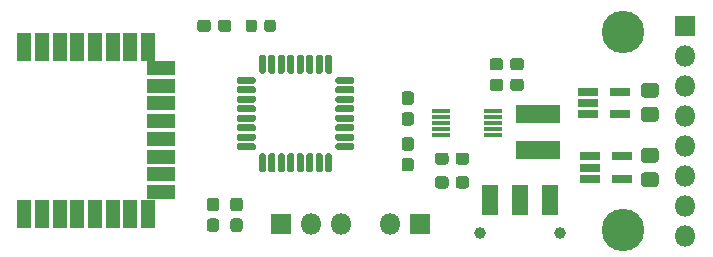
<source format=gbr>
%TF.GenerationSoftware,KiCad,Pcbnew,(5.1.6)-1*%
%TF.CreationDate,2021-08-02T23:36:40+08:00*%
%TF.ProjectId,wireless_measurement_ard,77697265-6c65-4737-935f-6d6561737572,rev?*%
%TF.SameCoordinates,Original*%
%TF.FileFunction,Soldermask,Top*%
%TF.FilePolarity,Negative*%
%FSLAX46Y46*%
G04 Gerber Fmt 4.6, Leading zero omitted, Abs format (unit mm)*
G04 Created by KiCad (PCBNEW (5.1.6)-1) date 2021-08-02 23:36:40*
%MOMM*%
%LPD*%
G01*
G04 APERTURE LIST*
%ADD10C,1.000000*%
%ADD11R,1.350000X2.600000*%
%ADD12R,1.500000X0.400000*%
%ADD13O,1.800000X1.800000*%
%ADD14R,1.800000X1.800000*%
%ADD15R,3.700000X1.600000*%
%ADD16R,1.660000X0.750000*%
%ADD17R,2.400000X1.200000*%
%ADD18R,1.200000X2.400000*%
%ADD19C,3.600000*%
G04 APERTURE END LIST*
D10*
%TO.C,SW1*%
X164650000Y-94250000D03*
X157850000Y-94250000D03*
D11*
X163750000Y-91500000D03*
X161250000Y-91500000D03*
X158750000Y-91500000D03*
%TD*%
D12*
%TO.C,U3*%
X158950000Y-84000000D03*
X158950000Y-84500000D03*
X158950000Y-85000000D03*
X158950000Y-85500000D03*
X158950000Y-86000000D03*
X154550000Y-86000000D03*
X154550000Y-85500000D03*
X154550000Y-85000000D03*
X154550000Y-84500000D03*
X154550000Y-84000000D03*
%TD*%
D13*
%TO.C,EFM8_Prog1*%
X146080000Y-93500000D03*
X143540000Y-93500000D03*
D14*
X141000000Y-93500000D03*
%TD*%
%TO.C,U6*%
G36*
G01*
X138725000Y-87275000D02*
X137425000Y-87275000D01*
G75*
G02*
X137275000Y-87125000I0J150000D01*
G01*
X137275000Y-86825000D01*
G75*
G02*
X137425000Y-86675000I150000J0D01*
G01*
X138725000Y-86675000D01*
G75*
G02*
X138875000Y-86825000I0J-150000D01*
G01*
X138875000Y-87125000D01*
G75*
G02*
X138725000Y-87275000I-150000J0D01*
G01*
G37*
G36*
G01*
X138725000Y-86475000D02*
X137425000Y-86475000D01*
G75*
G02*
X137275000Y-86325000I0J150000D01*
G01*
X137275000Y-86025000D01*
G75*
G02*
X137425000Y-85875000I150000J0D01*
G01*
X138725000Y-85875000D01*
G75*
G02*
X138875000Y-86025000I0J-150000D01*
G01*
X138875000Y-86325000D01*
G75*
G02*
X138725000Y-86475000I-150000J0D01*
G01*
G37*
G36*
G01*
X138725000Y-85675000D02*
X137425000Y-85675000D01*
G75*
G02*
X137275000Y-85525000I0J150000D01*
G01*
X137275000Y-85225000D01*
G75*
G02*
X137425000Y-85075000I150000J0D01*
G01*
X138725000Y-85075000D01*
G75*
G02*
X138875000Y-85225000I0J-150000D01*
G01*
X138875000Y-85525000D01*
G75*
G02*
X138725000Y-85675000I-150000J0D01*
G01*
G37*
G36*
G01*
X138725000Y-84875000D02*
X137425000Y-84875000D01*
G75*
G02*
X137275000Y-84725000I0J150000D01*
G01*
X137275000Y-84425000D01*
G75*
G02*
X137425000Y-84275000I150000J0D01*
G01*
X138725000Y-84275000D01*
G75*
G02*
X138875000Y-84425000I0J-150000D01*
G01*
X138875000Y-84725000D01*
G75*
G02*
X138725000Y-84875000I-150000J0D01*
G01*
G37*
G36*
G01*
X138725000Y-84075000D02*
X137425000Y-84075000D01*
G75*
G02*
X137275000Y-83925000I0J150000D01*
G01*
X137275000Y-83625000D01*
G75*
G02*
X137425000Y-83475000I150000J0D01*
G01*
X138725000Y-83475000D01*
G75*
G02*
X138875000Y-83625000I0J-150000D01*
G01*
X138875000Y-83925000D01*
G75*
G02*
X138725000Y-84075000I-150000J0D01*
G01*
G37*
G36*
G01*
X138725000Y-83275000D02*
X137425000Y-83275000D01*
G75*
G02*
X137275000Y-83125000I0J150000D01*
G01*
X137275000Y-82825000D01*
G75*
G02*
X137425000Y-82675000I150000J0D01*
G01*
X138725000Y-82675000D01*
G75*
G02*
X138875000Y-82825000I0J-150000D01*
G01*
X138875000Y-83125000D01*
G75*
G02*
X138725000Y-83275000I-150000J0D01*
G01*
G37*
G36*
G01*
X138725000Y-82475000D02*
X137425000Y-82475000D01*
G75*
G02*
X137275000Y-82325000I0J150000D01*
G01*
X137275000Y-82025000D01*
G75*
G02*
X137425000Y-81875000I150000J0D01*
G01*
X138725000Y-81875000D01*
G75*
G02*
X138875000Y-82025000I0J-150000D01*
G01*
X138875000Y-82325000D01*
G75*
G02*
X138725000Y-82475000I-150000J0D01*
G01*
G37*
G36*
G01*
X138725000Y-81675000D02*
X137425000Y-81675000D01*
G75*
G02*
X137275000Y-81525000I0J150000D01*
G01*
X137275000Y-81225000D01*
G75*
G02*
X137425000Y-81075000I150000J0D01*
G01*
X138725000Y-81075000D01*
G75*
G02*
X138875000Y-81225000I0J-150000D01*
G01*
X138875000Y-81525000D01*
G75*
G02*
X138725000Y-81675000I-150000J0D01*
G01*
G37*
G36*
G01*
X139600000Y-80800000D02*
X139300000Y-80800000D01*
G75*
G02*
X139150000Y-80650000I0J150000D01*
G01*
X139150000Y-79350000D01*
G75*
G02*
X139300000Y-79200000I150000J0D01*
G01*
X139600000Y-79200000D01*
G75*
G02*
X139750000Y-79350000I0J-150000D01*
G01*
X139750000Y-80650000D01*
G75*
G02*
X139600000Y-80800000I-150000J0D01*
G01*
G37*
G36*
G01*
X140400000Y-80800000D02*
X140100000Y-80800000D01*
G75*
G02*
X139950000Y-80650000I0J150000D01*
G01*
X139950000Y-79350000D01*
G75*
G02*
X140100000Y-79200000I150000J0D01*
G01*
X140400000Y-79200000D01*
G75*
G02*
X140550000Y-79350000I0J-150000D01*
G01*
X140550000Y-80650000D01*
G75*
G02*
X140400000Y-80800000I-150000J0D01*
G01*
G37*
G36*
G01*
X141200000Y-80800000D02*
X140900000Y-80800000D01*
G75*
G02*
X140750000Y-80650000I0J150000D01*
G01*
X140750000Y-79350000D01*
G75*
G02*
X140900000Y-79200000I150000J0D01*
G01*
X141200000Y-79200000D01*
G75*
G02*
X141350000Y-79350000I0J-150000D01*
G01*
X141350000Y-80650000D01*
G75*
G02*
X141200000Y-80800000I-150000J0D01*
G01*
G37*
G36*
G01*
X142000000Y-80800000D02*
X141700000Y-80800000D01*
G75*
G02*
X141550000Y-80650000I0J150000D01*
G01*
X141550000Y-79350000D01*
G75*
G02*
X141700000Y-79200000I150000J0D01*
G01*
X142000000Y-79200000D01*
G75*
G02*
X142150000Y-79350000I0J-150000D01*
G01*
X142150000Y-80650000D01*
G75*
G02*
X142000000Y-80800000I-150000J0D01*
G01*
G37*
G36*
G01*
X142800000Y-80800000D02*
X142500000Y-80800000D01*
G75*
G02*
X142350000Y-80650000I0J150000D01*
G01*
X142350000Y-79350000D01*
G75*
G02*
X142500000Y-79200000I150000J0D01*
G01*
X142800000Y-79200000D01*
G75*
G02*
X142950000Y-79350000I0J-150000D01*
G01*
X142950000Y-80650000D01*
G75*
G02*
X142800000Y-80800000I-150000J0D01*
G01*
G37*
G36*
G01*
X143600000Y-80800000D02*
X143300000Y-80800000D01*
G75*
G02*
X143150000Y-80650000I0J150000D01*
G01*
X143150000Y-79350000D01*
G75*
G02*
X143300000Y-79200000I150000J0D01*
G01*
X143600000Y-79200000D01*
G75*
G02*
X143750000Y-79350000I0J-150000D01*
G01*
X143750000Y-80650000D01*
G75*
G02*
X143600000Y-80800000I-150000J0D01*
G01*
G37*
G36*
G01*
X144400000Y-80800000D02*
X144100000Y-80800000D01*
G75*
G02*
X143950000Y-80650000I0J150000D01*
G01*
X143950000Y-79350000D01*
G75*
G02*
X144100000Y-79200000I150000J0D01*
G01*
X144400000Y-79200000D01*
G75*
G02*
X144550000Y-79350000I0J-150000D01*
G01*
X144550000Y-80650000D01*
G75*
G02*
X144400000Y-80800000I-150000J0D01*
G01*
G37*
G36*
G01*
X145200000Y-80800000D02*
X144900000Y-80800000D01*
G75*
G02*
X144750000Y-80650000I0J150000D01*
G01*
X144750000Y-79350000D01*
G75*
G02*
X144900000Y-79200000I150000J0D01*
G01*
X145200000Y-79200000D01*
G75*
G02*
X145350000Y-79350000I0J-150000D01*
G01*
X145350000Y-80650000D01*
G75*
G02*
X145200000Y-80800000I-150000J0D01*
G01*
G37*
G36*
G01*
X147075000Y-81675000D02*
X145775000Y-81675000D01*
G75*
G02*
X145625000Y-81525000I0J150000D01*
G01*
X145625000Y-81225000D01*
G75*
G02*
X145775000Y-81075000I150000J0D01*
G01*
X147075000Y-81075000D01*
G75*
G02*
X147225000Y-81225000I0J-150000D01*
G01*
X147225000Y-81525000D01*
G75*
G02*
X147075000Y-81675000I-150000J0D01*
G01*
G37*
G36*
G01*
X147075000Y-82475000D02*
X145775000Y-82475000D01*
G75*
G02*
X145625000Y-82325000I0J150000D01*
G01*
X145625000Y-82025000D01*
G75*
G02*
X145775000Y-81875000I150000J0D01*
G01*
X147075000Y-81875000D01*
G75*
G02*
X147225000Y-82025000I0J-150000D01*
G01*
X147225000Y-82325000D01*
G75*
G02*
X147075000Y-82475000I-150000J0D01*
G01*
G37*
G36*
G01*
X147075000Y-83275000D02*
X145775000Y-83275000D01*
G75*
G02*
X145625000Y-83125000I0J150000D01*
G01*
X145625000Y-82825000D01*
G75*
G02*
X145775000Y-82675000I150000J0D01*
G01*
X147075000Y-82675000D01*
G75*
G02*
X147225000Y-82825000I0J-150000D01*
G01*
X147225000Y-83125000D01*
G75*
G02*
X147075000Y-83275000I-150000J0D01*
G01*
G37*
G36*
G01*
X147075000Y-84075000D02*
X145775000Y-84075000D01*
G75*
G02*
X145625000Y-83925000I0J150000D01*
G01*
X145625000Y-83625000D01*
G75*
G02*
X145775000Y-83475000I150000J0D01*
G01*
X147075000Y-83475000D01*
G75*
G02*
X147225000Y-83625000I0J-150000D01*
G01*
X147225000Y-83925000D01*
G75*
G02*
X147075000Y-84075000I-150000J0D01*
G01*
G37*
G36*
G01*
X147075000Y-84875000D02*
X145775000Y-84875000D01*
G75*
G02*
X145625000Y-84725000I0J150000D01*
G01*
X145625000Y-84425000D01*
G75*
G02*
X145775000Y-84275000I150000J0D01*
G01*
X147075000Y-84275000D01*
G75*
G02*
X147225000Y-84425000I0J-150000D01*
G01*
X147225000Y-84725000D01*
G75*
G02*
X147075000Y-84875000I-150000J0D01*
G01*
G37*
G36*
G01*
X147075000Y-85675000D02*
X145775000Y-85675000D01*
G75*
G02*
X145625000Y-85525000I0J150000D01*
G01*
X145625000Y-85225000D01*
G75*
G02*
X145775000Y-85075000I150000J0D01*
G01*
X147075000Y-85075000D01*
G75*
G02*
X147225000Y-85225000I0J-150000D01*
G01*
X147225000Y-85525000D01*
G75*
G02*
X147075000Y-85675000I-150000J0D01*
G01*
G37*
G36*
G01*
X147075000Y-86475000D02*
X145775000Y-86475000D01*
G75*
G02*
X145625000Y-86325000I0J150000D01*
G01*
X145625000Y-86025000D01*
G75*
G02*
X145775000Y-85875000I150000J0D01*
G01*
X147075000Y-85875000D01*
G75*
G02*
X147225000Y-86025000I0J-150000D01*
G01*
X147225000Y-86325000D01*
G75*
G02*
X147075000Y-86475000I-150000J0D01*
G01*
G37*
G36*
G01*
X147075000Y-87275000D02*
X145775000Y-87275000D01*
G75*
G02*
X145625000Y-87125000I0J150000D01*
G01*
X145625000Y-86825000D01*
G75*
G02*
X145775000Y-86675000I150000J0D01*
G01*
X147075000Y-86675000D01*
G75*
G02*
X147225000Y-86825000I0J-150000D01*
G01*
X147225000Y-87125000D01*
G75*
G02*
X147075000Y-87275000I-150000J0D01*
G01*
G37*
G36*
G01*
X145200000Y-89150000D02*
X144900000Y-89150000D01*
G75*
G02*
X144750000Y-89000000I0J150000D01*
G01*
X144750000Y-87700000D01*
G75*
G02*
X144900000Y-87550000I150000J0D01*
G01*
X145200000Y-87550000D01*
G75*
G02*
X145350000Y-87700000I0J-150000D01*
G01*
X145350000Y-89000000D01*
G75*
G02*
X145200000Y-89150000I-150000J0D01*
G01*
G37*
G36*
G01*
X144400000Y-89150000D02*
X144100000Y-89150000D01*
G75*
G02*
X143950000Y-89000000I0J150000D01*
G01*
X143950000Y-87700000D01*
G75*
G02*
X144100000Y-87550000I150000J0D01*
G01*
X144400000Y-87550000D01*
G75*
G02*
X144550000Y-87700000I0J-150000D01*
G01*
X144550000Y-89000000D01*
G75*
G02*
X144400000Y-89150000I-150000J0D01*
G01*
G37*
G36*
G01*
X143600000Y-89150000D02*
X143300000Y-89150000D01*
G75*
G02*
X143150000Y-89000000I0J150000D01*
G01*
X143150000Y-87700000D01*
G75*
G02*
X143300000Y-87550000I150000J0D01*
G01*
X143600000Y-87550000D01*
G75*
G02*
X143750000Y-87700000I0J-150000D01*
G01*
X143750000Y-89000000D01*
G75*
G02*
X143600000Y-89150000I-150000J0D01*
G01*
G37*
G36*
G01*
X142800000Y-89150000D02*
X142500000Y-89150000D01*
G75*
G02*
X142350000Y-89000000I0J150000D01*
G01*
X142350000Y-87700000D01*
G75*
G02*
X142500000Y-87550000I150000J0D01*
G01*
X142800000Y-87550000D01*
G75*
G02*
X142950000Y-87700000I0J-150000D01*
G01*
X142950000Y-89000000D01*
G75*
G02*
X142800000Y-89150000I-150000J0D01*
G01*
G37*
G36*
G01*
X142000000Y-89150000D02*
X141700000Y-89150000D01*
G75*
G02*
X141550000Y-89000000I0J150000D01*
G01*
X141550000Y-87700000D01*
G75*
G02*
X141700000Y-87550000I150000J0D01*
G01*
X142000000Y-87550000D01*
G75*
G02*
X142150000Y-87700000I0J-150000D01*
G01*
X142150000Y-89000000D01*
G75*
G02*
X142000000Y-89150000I-150000J0D01*
G01*
G37*
G36*
G01*
X141200000Y-89150000D02*
X140900000Y-89150000D01*
G75*
G02*
X140750000Y-89000000I0J150000D01*
G01*
X140750000Y-87700000D01*
G75*
G02*
X140900000Y-87550000I150000J0D01*
G01*
X141200000Y-87550000D01*
G75*
G02*
X141350000Y-87700000I0J-150000D01*
G01*
X141350000Y-89000000D01*
G75*
G02*
X141200000Y-89150000I-150000J0D01*
G01*
G37*
G36*
G01*
X140400000Y-89150000D02*
X140100000Y-89150000D01*
G75*
G02*
X139950000Y-89000000I0J150000D01*
G01*
X139950000Y-87700000D01*
G75*
G02*
X140100000Y-87550000I150000J0D01*
G01*
X140400000Y-87550000D01*
G75*
G02*
X140550000Y-87700000I0J-150000D01*
G01*
X140550000Y-89000000D01*
G75*
G02*
X140400000Y-89150000I-150000J0D01*
G01*
G37*
G36*
G01*
X139600000Y-89150000D02*
X139300000Y-89150000D01*
G75*
G02*
X139150000Y-89000000I0J150000D01*
G01*
X139150000Y-87700000D01*
G75*
G02*
X139300000Y-87550000I150000J0D01*
G01*
X139600000Y-87550000D01*
G75*
G02*
X139750000Y-87700000I0J-150000D01*
G01*
X139750000Y-89000000D01*
G75*
G02*
X139600000Y-89150000I-150000J0D01*
G01*
G37*
%TD*%
%TO.C,C6*%
G36*
G01*
X136987500Y-93050000D02*
X137512500Y-93050000D01*
G75*
G02*
X137775000Y-93312500I0J-262500D01*
G01*
X137775000Y-93937500D01*
G75*
G02*
X137512500Y-94200000I-262500J0D01*
G01*
X136987500Y-94200000D01*
G75*
G02*
X136725000Y-93937500I0J262500D01*
G01*
X136725000Y-93312500D01*
G75*
G02*
X136987500Y-93050000I262500J0D01*
G01*
G37*
G36*
G01*
X136987500Y-91300000D02*
X137512500Y-91300000D01*
G75*
G02*
X137775000Y-91562500I0J-262500D01*
G01*
X137775000Y-92187500D01*
G75*
G02*
X137512500Y-92450000I-262500J0D01*
G01*
X136987500Y-92450000D01*
G75*
G02*
X136725000Y-92187500I0J262500D01*
G01*
X136725000Y-91562500D01*
G75*
G02*
X136987500Y-91300000I262500J0D01*
G01*
G37*
%TD*%
%TO.C,C5*%
G36*
G01*
X134987500Y-93050000D02*
X135512500Y-93050000D01*
G75*
G02*
X135775000Y-93312500I0J-262500D01*
G01*
X135775000Y-93937500D01*
G75*
G02*
X135512500Y-94200000I-262500J0D01*
G01*
X134987500Y-94200000D01*
G75*
G02*
X134725000Y-93937500I0J262500D01*
G01*
X134725000Y-93312500D01*
G75*
G02*
X134987500Y-93050000I262500J0D01*
G01*
G37*
G36*
G01*
X134987500Y-91300000D02*
X135512500Y-91300000D01*
G75*
G02*
X135775000Y-91562500I0J-262500D01*
G01*
X135775000Y-92187500D01*
G75*
G02*
X135512500Y-92450000I-262500J0D01*
G01*
X134987500Y-92450000D01*
G75*
G02*
X134725000Y-92187500I0J262500D01*
G01*
X134725000Y-91562500D01*
G75*
G02*
X134987500Y-91300000I262500J0D01*
G01*
G37*
%TD*%
%TO.C,R5*%
G36*
G01*
X151487500Y-84050000D02*
X152012500Y-84050000D01*
G75*
G02*
X152275000Y-84312500I0J-262500D01*
G01*
X152275000Y-84937500D01*
G75*
G02*
X152012500Y-85200000I-262500J0D01*
G01*
X151487500Y-85200000D01*
G75*
G02*
X151225000Y-84937500I0J262500D01*
G01*
X151225000Y-84312500D01*
G75*
G02*
X151487500Y-84050000I262500J0D01*
G01*
G37*
G36*
G01*
X151487500Y-82300000D02*
X152012500Y-82300000D01*
G75*
G02*
X152275000Y-82562500I0J-262500D01*
G01*
X152275000Y-83187500D01*
G75*
G02*
X152012500Y-83450000I-262500J0D01*
G01*
X151487500Y-83450000D01*
G75*
G02*
X151225000Y-83187500I0J262500D01*
G01*
X151225000Y-82562500D01*
G75*
G02*
X151487500Y-82300000I262500J0D01*
G01*
G37*
%TD*%
%TO.C,R4*%
G36*
G01*
X151487500Y-87925000D02*
X152012500Y-87925000D01*
G75*
G02*
X152275000Y-88187500I0J-262500D01*
G01*
X152275000Y-88812500D01*
G75*
G02*
X152012500Y-89075000I-262500J0D01*
G01*
X151487500Y-89075000D01*
G75*
G02*
X151225000Y-88812500I0J262500D01*
G01*
X151225000Y-88187500D01*
G75*
G02*
X151487500Y-87925000I262500J0D01*
G01*
G37*
G36*
G01*
X151487500Y-86175000D02*
X152012500Y-86175000D01*
G75*
G02*
X152275000Y-86437500I0J-262500D01*
G01*
X152275000Y-87062500D01*
G75*
G02*
X152012500Y-87325000I-262500J0D01*
G01*
X151487500Y-87325000D01*
G75*
G02*
X151225000Y-87062500I0J262500D01*
G01*
X151225000Y-86437500D01*
G75*
G02*
X151487500Y-86175000I262500J0D01*
G01*
G37*
%TD*%
D15*
%TO.C,L1*%
X162750000Y-87300000D03*
X162750000Y-84250000D03*
%TD*%
D13*
%TO.C,J1*%
X175250000Y-94530000D03*
X175250000Y-91990000D03*
X175250000Y-89450000D03*
X175250000Y-86910000D03*
X175250000Y-84370000D03*
X175250000Y-81830000D03*
X175250000Y-79290000D03*
D14*
X175250000Y-76750000D03*
%TD*%
%TO.C,C3*%
G36*
G01*
X159825000Y-79737500D02*
X159825000Y-80262500D01*
G75*
G02*
X159562500Y-80525000I-262500J0D01*
G01*
X158937500Y-80525000D01*
G75*
G02*
X158675000Y-80262500I0J262500D01*
G01*
X158675000Y-79737500D01*
G75*
G02*
X158937500Y-79475000I262500J0D01*
G01*
X159562500Y-79475000D01*
G75*
G02*
X159825000Y-79737500I0J-262500D01*
G01*
G37*
G36*
G01*
X161575000Y-79737500D02*
X161575000Y-80262500D01*
G75*
G02*
X161312500Y-80525000I-262500J0D01*
G01*
X160687500Y-80525000D01*
G75*
G02*
X160425000Y-80262500I0J262500D01*
G01*
X160425000Y-79737500D01*
G75*
G02*
X160687500Y-79475000I262500J0D01*
G01*
X161312500Y-79475000D01*
G75*
G02*
X161575000Y-79737500I0J-262500D01*
G01*
G37*
%TD*%
%TO.C,C2*%
G36*
G01*
X155800000Y-90262500D02*
X155800000Y-89737500D01*
G75*
G02*
X156062500Y-89475000I262500J0D01*
G01*
X156687500Y-89475000D01*
G75*
G02*
X156950000Y-89737500I0J-262500D01*
G01*
X156950000Y-90262500D01*
G75*
G02*
X156687500Y-90525000I-262500J0D01*
G01*
X156062500Y-90525000D01*
G75*
G02*
X155800000Y-90262500I0J262500D01*
G01*
G37*
G36*
G01*
X154050000Y-90262500D02*
X154050000Y-89737500D01*
G75*
G02*
X154312500Y-89475000I262500J0D01*
G01*
X154937500Y-89475000D01*
G75*
G02*
X155200000Y-89737500I0J-262500D01*
G01*
X155200000Y-90262500D01*
G75*
G02*
X154937500Y-90525000I-262500J0D01*
G01*
X154312500Y-90525000D01*
G75*
G02*
X154050000Y-90262500I0J262500D01*
G01*
G37*
%TD*%
D13*
%TO.C,Battery1*%
X150250000Y-93500000D03*
D14*
X152790000Y-93500000D03*
%TD*%
%TO.C,C4*%
G36*
G01*
X159825000Y-81487500D02*
X159825000Y-82012500D01*
G75*
G02*
X159562500Y-82275000I-262500J0D01*
G01*
X158937500Y-82275000D01*
G75*
G02*
X158675000Y-82012500I0J262500D01*
G01*
X158675000Y-81487500D01*
G75*
G02*
X158937500Y-81225000I262500J0D01*
G01*
X159562500Y-81225000D01*
G75*
G02*
X159825000Y-81487500I0J-262500D01*
G01*
G37*
G36*
G01*
X161575000Y-81487500D02*
X161575000Y-82012500D01*
G75*
G02*
X161312500Y-82275000I-262500J0D01*
G01*
X160687500Y-82275000D01*
G75*
G02*
X160425000Y-82012500I0J262500D01*
G01*
X160425000Y-81487500D01*
G75*
G02*
X160687500Y-81225000I262500J0D01*
G01*
X161312500Y-81225000D01*
G75*
G02*
X161575000Y-81487500I0J-262500D01*
G01*
G37*
%TD*%
%TO.C,C1*%
G36*
G01*
X155800000Y-88262500D02*
X155800000Y-87737500D01*
G75*
G02*
X156062500Y-87475000I262500J0D01*
G01*
X156687500Y-87475000D01*
G75*
G02*
X156950000Y-87737500I0J-262500D01*
G01*
X156950000Y-88262500D01*
G75*
G02*
X156687500Y-88525000I-262500J0D01*
G01*
X156062500Y-88525000D01*
G75*
G02*
X155800000Y-88262500I0J262500D01*
G01*
G37*
G36*
G01*
X154050000Y-88262500D02*
X154050000Y-87737500D01*
G75*
G02*
X154312500Y-87475000I262500J0D01*
G01*
X154937500Y-87475000D01*
G75*
G02*
X155200000Y-87737500I0J-262500D01*
G01*
X155200000Y-88262500D01*
G75*
G02*
X154937500Y-88525000I-262500J0D01*
G01*
X154312500Y-88525000D01*
G75*
G02*
X154050000Y-88262500I0J262500D01*
G01*
G37*
%TD*%
D16*
%TO.C,U5*%
X169850000Y-87800000D03*
X169850000Y-89700000D03*
X167150000Y-89700000D03*
X167150000Y-88750000D03*
X167150000Y-87800000D03*
%TD*%
%TO.C,U4*%
X169750000Y-82350000D03*
X169750000Y-84250000D03*
X167050000Y-84250000D03*
X167050000Y-83300000D03*
X167050000Y-82350000D03*
%TD*%
D17*
%TO.C,U2*%
X130862800Y-80322600D03*
X130862800Y-81822600D03*
X130862800Y-83322600D03*
X130862800Y-84822600D03*
X130862800Y-86322600D03*
X130862800Y-87822600D03*
X130862800Y-89322600D03*
D18*
X129762800Y-92642600D03*
X129762800Y-78502600D03*
X128262800Y-78502600D03*
X128262800Y-92642600D03*
X126762800Y-92642600D03*
X126762800Y-78502600D03*
X125262800Y-78502600D03*
X125262800Y-92642600D03*
X123762800Y-92642600D03*
X123762800Y-78502600D03*
X122262800Y-78502600D03*
X122262800Y-92642600D03*
X120762800Y-92642600D03*
X120762800Y-78502600D03*
X119262800Y-78502600D03*
D17*
X130862800Y-90822600D03*
D18*
X119262800Y-92642600D03*
%TD*%
%TO.C,R2*%
G36*
G01*
X171771738Y-83625000D02*
X172728262Y-83625000D01*
G75*
G02*
X173000000Y-83896738I0J-271738D01*
G01*
X173000000Y-84603262D01*
G75*
G02*
X172728262Y-84875000I-271738J0D01*
G01*
X171771738Y-84875000D01*
G75*
G02*
X171500000Y-84603262I0J271738D01*
G01*
X171500000Y-83896738D01*
G75*
G02*
X171771738Y-83625000I271738J0D01*
G01*
G37*
G36*
G01*
X171771738Y-81575000D02*
X172728262Y-81575000D01*
G75*
G02*
X173000000Y-81846738I0J-271738D01*
G01*
X173000000Y-82553262D01*
G75*
G02*
X172728262Y-82825000I-271738J0D01*
G01*
X171771738Y-82825000D01*
G75*
G02*
X171500000Y-82553262I0J271738D01*
G01*
X171500000Y-81846738D01*
G75*
G02*
X171771738Y-81575000I271738J0D01*
G01*
G37*
%TD*%
%TO.C,R1*%
G36*
G01*
X171771738Y-89150000D02*
X172728262Y-89150000D01*
G75*
G02*
X173000000Y-89421738I0J-271738D01*
G01*
X173000000Y-90128262D01*
G75*
G02*
X172728262Y-90400000I-271738J0D01*
G01*
X171771738Y-90400000D01*
G75*
G02*
X171500000Y-90128262I0J271738D01*
G01*
X171500000Y-89421738D01*
G75*
G02*
X171771738Y-89150000I271738J0D01*
G01*
G37*
G36*
G01*
X171771738Y-87100000D02*
X172728262Y-87100000D01*
G75*
G02*
X173000000Y-87371738I0J-271738D01*
G01*
X173000000Y-88078262D01*
G75*
G02*
X172728262Y-88350000I-271738J0D01*
G01*
X171771738Y-88350000D01*
G75*
G02*
X171500000Y-88078262I0J271738D01*
G01*
X171500000Y-87371738D01*
G75*
G02*
X171771738Y-87100000I271738J0D01*
G01*
G37*
%TD*%
%TO.C,D1*%
G36*
G01*
X138012500Y-77031250D02*
X138012500Y-76468750D01*
G75*
G02*
X138256250Y-76225000I243750J0D01*
G01*
X138743750Y-76225000D01*
G75*
G02*
X138987500Y-76468750I0J-243750D01*
G01*
X138987500Y-77031250D01*
G75*
G02*
X138743750Y-77275000I-243750J0D01*
G01*
X138256250Y-77275000D01*
G75*
G02*
X138012500Y-77031250I0J243750D01*
G01*
G37*
G36*
G01*
X139587500Y-77031250D02*
X139587500Y-76468750D01*
G75*
G02*
X139831250Y-76225000I243750J0D01*
G01*
X140318750Y-76225000D01*
G75*
G02*
X140562500Y-76468750I0J-243750D01*
G01*
X140562500Y-77031250D01*
G75*
G02*
X140318750Y-77275000I-243750J0D01*
G01*
X139831250Y-77275000D01*
G75*
G02*
X139587500Y-77031250I0J243750D01*
G01*
G37*
%TD*%
%TO.C,R3*%
G36*
G01*
X136825000Y-76487500D02*
X136825000Y-77012500D01*
G75*
G02*
X136562500Y-77275000I-262500J0D01*
G01*
X135937500Y-77275000D01*
G75*
G02*
X135675000Y-77012500I0J262500D01*
G01*
X135675000Y-76487500D01*
G75*
G02*
X135937500Y-76225000I262500J0D01*
G01*
X136562500Y-76225000D01*
G75*
G02*
X136825000Y-76487500I0J-262500D01*
G01*
G37*
G36*
G01*
X135075000Y-76487500D02*
X135075000Y-77012500D01*
G75*
G02*
X134812500Y-77275000I-262500J0D01*
G01*
X134187500Y-77275000D01*
G75*
G02*
X133925000Y-77012500I0J262500D01*
G01*
X133925000Y-76487500D01*
G75*
G02*
X134187500Y-76225000I262500J0D01*
G01*
X134812500Y-76225000D01*
G75*
G02*
X135075000Y-76487500I0J-262500D01*
G01*
G37*
%TD*%
D19*
%TO.C,H1*%
X170000000Y-94000000D03*
%TD*%
%TO.C,H2*%
X170000000Y-77250000D03*
%TD*%
M02*

</source>
